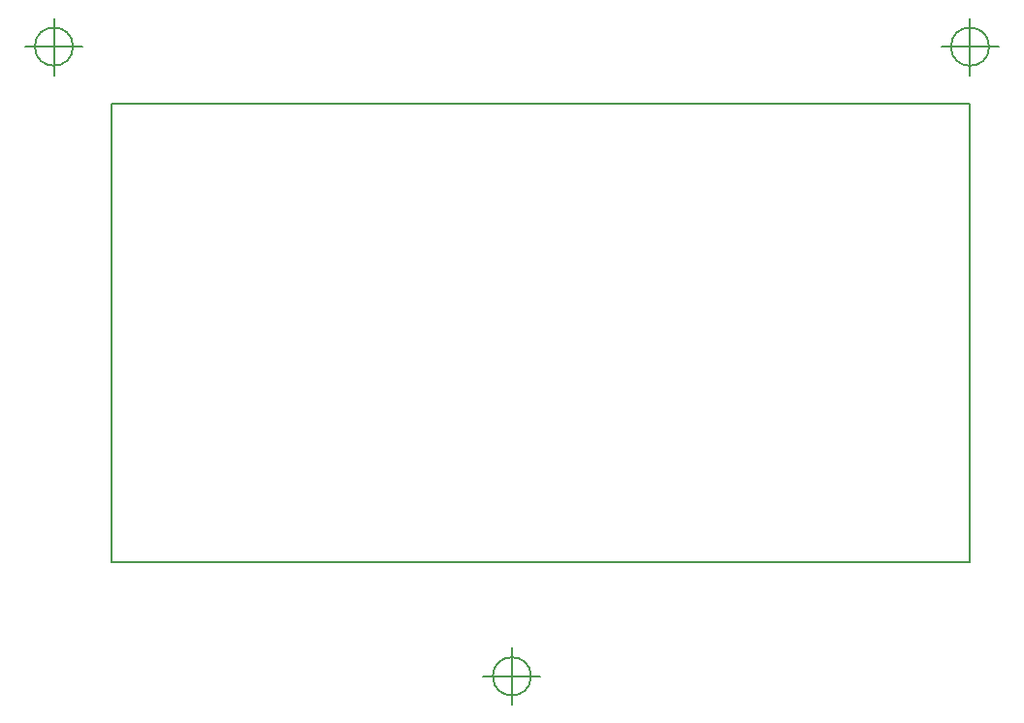
<source format=gbr>
G04 #@! TF.FileFunction,Profile,NP*
%FSLAX46Y46*%
G04 Gerber Fmt 4.6, Leading zero omitted, Abs format (unit mm)*
G04 Created by KiCad (PCBNEW 4.0.7-e2-6376~60~ubuntu17.10.1) date Tue Apr 10 15:37:57 2018*
%MOMM*%
%LPD*%
G01*
G04 APERTURE LIST*
%ADD10C,0.100000*%
%ADD11C,0.150000*%
G04 APERTURE END LIST*
D10*
D11*
X51643706Y9984740D02*
G75*
G03X51643706Y9984740I-1666666J0D01*
G01*
X47477040Y9984740D02*
X52477040Y9984740D01*
X49977040Y12484740D02*
X49977040Y7484740D01*
X91641086Y64990980D02*
G75*
G03X91641086Y64990980I-1666666J0D01*
G01*
X87474420Y64990980D02*
X92474420Y64990980D01*
X89974420Y67490980D02*
X89974420Y62490980D01*
X11651406Y64996060D02*
G75*
G03X11651406Y64996060I-1666666J0D01*
G01*
X7484740Y64996060D02*
X12484740Y64996060D01*
X9984740Y67496060D02*
X9984740Y62496060D01*
X89981060Y59987060D02*
X14981060Y59987060D01*
X89981060Y19987060D02*
X89981060Y59987060D01*
X14981060Y19987060D02*
X89981060Y19987060D01*
X14981060Y59987060D02*
X14981060Y19987060D01*
M02*

</source>
